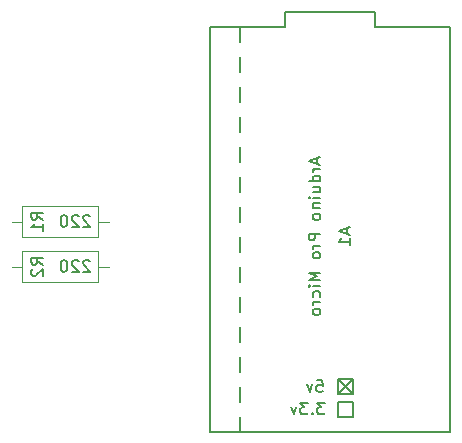
<source format=gbo>
G04 #@! TF.FileFunction,Legend,Bot*
%FSLAX46Y46*%
G04 Gerber Fmt 4.6, Leading zero omitted, Abs format (unit mm)*
G04 Created by KiCad (PCBNEW 4.0.7) date 11/03/19 13:36:46*
%MOMM*%
%LPD*%
G01*
G04 APERTURE LIST*
%ADD10C,0.100000*%
%ADD11C,0.200000*%
%ADD12C,0.120000*%
%ADD13C,0.150000*%
G04 APERTURE END LIST*
D10*
D11*
X154305000Y-130175000D02*
X155575000Y-131445000D01*
X154305000Y-131445000D02*
X155575000Y-130175000D01*
D12*
X127600000Y-118150000D02*
X127600000Y-115530000D01*
X127600000Y-115530000D02*
X134020000Y-115530000D01*
X134020000Y-115530000D02*
X134020000Y-118150000D01*
X134020000Y-118150000D02*
X127600000Y-118150000D01*
X126710000Y-116840000D02*
X127600000Y-116840000D01*
X134910000Y-116840000D02*
X134020000Y-116840000D01*
X127600000Y-121960000D02*
X127600000Y-119340000D01*
X127600000Y-119340000D02*
X134020000Y-119340000D01*
X134020000Y-119340000D02*
X134020000Y-121960000D01*
X134020000Y-121960000D02*
X127600000Y-121960000D01*
X126710000Y-120650000D02*
X127600000Y-120650000D01*
X134910000Y-120650000D02*
X134020000Y-120650000D01*
D13*
X146050000Y-133350000D02*
X146050000Y-134620000D01*
X146050000Y-130810000D02*
X146050000Y-132080000D01*
X146050000Y-128270000D02*
X146050000Y-129540000D01*
X146050000Y-125730000D02*
X146050000Y-127000000D01*
X146050000Y-123190000D02*
X146050000Y-124460000D01*
X146050000Y-120650000D02*
X146050000Y-121920000D01*
X146050000Y-118110000D02*
X146050000Y-119380000D01*
X146050000Y-115570000D02*
X146050000Y-116840000D01*
X146050000Y-113030000D02*
X146050000Y-114300000D01*
X146050000Y-110490000D02*
X146050000Y-111760000D01*
X146050000Y-107950000D02*
X146050000Y-109220000D01*
X146050000Y-105410000D02*
X146050000Y-106680000D01*
X146050000Y-102870000D02*
X146050000Y-104140000D01*
X146050000Y-100330000D02*
X146050000Y-101600000D01*
X154305000Y-131445000D02*
X155575000Y-131445000D01*
X155575000Y-131445000D02*
X155575000Y-130175000D01*
X155575000Y-130175000D02*
X154305000Y-130175000D01*
X154305000Y-130175000D02*
X154305000Y-131445000D01*
X155575000Y-132080000D02*
X154305000Y-132080000D01*
X154305000Y-132080000D02*
X154305000Y-133350000D01*
X154305000Y-133350000D02*
X155575000Y-133350000D01*
X155575000Y-133350000D02*
X155575000Y-132080000D01*
X157480000Y-99060000D02*
X157480000Y-100330000D01*
X157480000Y-100330000D02*
X163830000Y-100330000D01*
X143510000Y-100330000D02*
X149860000Y-100330000D01*
X149860000Y-100330000D02*
X149860000Y-99060000D01*
X149860000Y-99060000D02*
X157480000Y-99060000D01*
X163830000Y-134620000D02*
X163830000Y-100330000D01*
X143510000Y-100330000D02*
X143510000Y-134620000D01*
X143510000Y-134620000D02*
X163830000Y-134620000D01*
X129357381Y-116673334D02*
X128881190Y-116340000D01*
X129357381Y-116101905D02*
X128357381Y-116101905D01*
X128357381Y-116482858D01*
X128405000Y-116578096D01*
X128452619Y-116625715D01*
X128547857Y-116673334D01*
X128690714Y-116673334D01*
X128785952Y-116625715D01*
X128833571Y-116578096D01*
X128881190Y-116482858D01*
X128881190Y-116101905D01*
X129357381Y-117625715D02*
X129357381Y-117054286D01*
X129357381Y-117340000D02*
X128357381Y-117340000D01*
X128500238Y-117244762D01*
X128595476Y-117149524D01*
X128643095Y-117054286D01*
X133318095Y-116387619D02*
X133270476Y-116340000D01*
X133175238Y-116292381D01*
X132937142Y-116292381D01*
X132841904Y-116340000D01*
X132794285Y-116387619D01*
X132746666Y-116482857D01*
X132746666Y-116578095D01*
X132794285Y-116720952D01*
X133365714Y-117292381D01*
X132746666Y-117292381D01*
X132365714Y-116387619D02*
X132318095Y-116340000D01*
X132222857Y-116292381D01*
X131984761Y-116292381D01*
X131889523Y-116340000D01*
X131841904Y-116387619D01*
X131794285Y-116482857D01*
X131794285Y-116578095D01*
X131841904Y-116720952D01*
X132413333Y-117292381D01*
X131794285Y-117292381D01*
X131175238Y-116292381D02*
X131079999Y-116292381D01*
X130984761Y-116340000D01*
X130937142Y-116387619D01*
X130889523Y-116482857D01*
X130841904Y-116673333D01*
X130841904Y-116911429D01*
X130889523Y-117101905D01*
X130937142Y-117197143D01*
X130984761Y-117244762D01*
X131079999Y-117292381D01*
X131175238Y-117292381D01*
X131270476Y-117244762D01*
X131318095Y-117197143D01*
X131365714Y-117101905D01*
X131413333Y-116911429D01*
X131413333Y-116673333D01*
X131365714Y-116482857D01*
X131318095Y-116387619D01*
X131270476Y-116340000D01*
X131175238Y-116292381D01*
X129357381Y-120483334D02*
X128881190Y-120150000D01*
X129357381Y-119911905D02*
X128357381Y-119911905D01*
X128357381Y-120292858D01*
X128405000Y-120388096D01*
X128452619Y-120435715D01*
X128547857Y-120483334D01*
X128690714Y-120483334D01*
X128785952Y-120435715D01*
X128833571Y-120388096D01*
X128881190Y-120292858D01*
X128881190Y-119911905D01*
X128452619Y-120864286D02*
X128405000Y-120911905D01*
X128357381Y-121007143D01*
X128357381Y-121245239D01*
X128405000Y-121340477D01*
X128452619Y-121388096D01*
X128547857Y-121435715D01*
X128643095Y-121435715D01*
X128785952Y-121388096D01*
X129357381Y-120816667D01*
X129357381Y-121435715D01*
X133318095Y-120197619D02*
X133270476Y-120150000D01*
X133175238Y-120102381D01*
X132937142Y-120102381D01*
X132841904Y-120150000D01*
X132794285Y-120197619D01*
X132746666Y-120292857D01*
X132746666Y-120388095D01*
X132794285Y-120530952D01*
X133365714Y-121102381D01*
X132746666Y-121102381D01*
X132365714Y-120197619D02*
X132318095Y-120150000D01*
X132222857Y-120102381D01*
X131984761Y-120102381D01*
X131889523Y-120150000D01*
X131841904Y-120197619D01*
X131794285Y-120292857D01*
X131794285Y-120388095D01*
X131841904Y-120530952D01*
X132413333Y-121102381D01*
X131794285Y-121102381D01*
X131175238Y-120102381D02*
X131079999Y-120102381D01*
X130984761Y-120150000D01*
X130937142Y-120197619D01*
X130889523Y-120292857D01*
X130841904Y-120483333D01*
X130841904Y-120721429D01*
X130889523Y-120911905D01*
X130937142Y-121007143D01*
X130984761Y-121054762D01*
X131079999Y-121102381D01*
X131175238Y-121102381D01*
X131270476Y-121054762D01*
X131318095Y-121007143D01*
X131365714Y-120911905D01*
X131413333Y-120721429D01*
X131413333Y-120483333D01*
X131365714Y-120292857D01*
X131318095Y-120197619D01*
X131270476Y-120150000D01*
X131175238Y-120102381D01*
X155106667Y-117395714D02*
X155106667Y-117871905D01*
X155392381Y-117300476D02*
X154392381Y-117633809D01*
X155392381Y-117967143D01*
X155392381Y-118824286D02*
X155392381Y-118252857D01*
X155392381Y-118538571D02*
X154392381Y-118538571D01*
X154535238Y-118443333D01*
X154630476Y-118348095D01*
X154678095Y-118252857D01*
X152566667Y-111490952D02*
X152566667Y-111967143D01*
X152852381Y-111395714D02*
X151852381Y-111729047D01*
X152852381Y-112062381D01*
X152852381Y-112395714D02*
X152185714Y-112395714D01*
X152376190Y-112395714D02*
X152280952Y-112443333D01*
X152233333Y-112490952D01*
X152185714Y-112586190D01*
X152185714Y-112681429D01*
X152852381Y-113443334D02*
X151852381Y-113443334D01*
X152804762Y-113443334D02*
X152852381Y-113348096D01*
X152852381Y-113157619D01*
X152804762Y-113062381D01*
X152757143Y-113014762D01*
X152661905Y-112967143D01*
X152376190Y-112967143D01*
X152280952Y-113014762D01*
X152233333Y-113062381D01*
X152185714Y-113157619D01*
X152185714Y-113348096D01*
X152233333Y-113443334D01*
X152185714Y-114348096D02*
X152852381Y-114348096D01*
X152185714Y-113919524D02*
X152709524Y-113919524D01*
X152804762Y-113967143D01*
X152852381Y-114062381D01*
X152852381Y-114205239D01*
X152804762Y-114300477D01*
X152757143Y-114348096D01*
X152852381Y-114824286D02*
X152185714Y-114824286D01*
X151852381Y-114824286D02*
X151900000Y-114776667D01*
X151947619Y-114824286D01*
X151900000Y-114871905D01*
X151852381Y-114824286D01*
X151947619Y-114824286D01*
X152185714Y-115300476D02*
X152852381Y-115300476D01*
X152280952Y-115300476D02*
X152233333Y-115348095D01*
X152185714Y-115443333D01*
X152185714Y-115586191D01*
X152233333Y-115681429D01*
X152328571Y-115729048D01*
X152852381Y-115729048D01*
X152852381Y-116348095D02*
X152804762Y-116252857D01*
X152757143Y-116205238D01*
X152661905Y-116157619D01*
X152376190Y-116157619D01*
X152280952Y-116205238D01*
X152233333Y-116252857D01*
X152185714Y-116348095D01*
X152185714Y-116490953D01*
X152233333Y-116586191D01*
X152280952Y-116633810D01*
X152376190Y-116681429D01*
X152661905Y-116681429D01*
X152757143Y-116633810D01*
X152804762Y-116586191D01*
X152852381Y-116490953D01*
X152852381Y-116348095D01*
X152852381Y-117871905D02*
X151852381Y-117871905D01*
X151852381Y-118252858D01*
X151900000Y-118348096D01*
X151947619Y-118395715D01*
X152042857Y-118443334D01*
X152185714Y-118443334D01*
X152280952Y-118395715D01*
X152328571Y-118348096D01*
X152376190Y-118252858D01*
X152376190Y-117871905D01*
X152852381Y-118871905D02*
X152185714Y-118871905D01*
X152376190Y-118871905D02*
X152280952Y-118919524D01*
X152233333Y-118967143D01*
X152185714Y-119062381D01*
X152185714Y-119157620D01*
X152852381Y-119633810D02*
X152804762Y-119538572D01*
X152757143Y-119490953D01*
X152661905Y-119443334D01*
X152376190Y-119443334D01*
X152280952Y-119490953D01*
X152233333Y-119538572D01*
X152185714Y-119633810D01*
X152185714Y-119776668D01*
X152233333Y-119871906D01*
X152280952Y-119919525D01*
X152376190Y-119967144D01*
X152661905Y-119967144D01*
X152757143Y-119919525D01*
X152804762Y-119871906D01*
X152852381Y-119776668D01*
X152852381Y-119633810D01*
X152852381Y-121157620D02*
X151852381Y-121157620D01*
X152566667Y-121490954D01*
X151852381Y-121824287D01*
X152852381Y-121824287D01*
X152852381Y-122300477D02*
X152185714Y-122300477D01*
X151852381Y-122300477D02*
X151900000Y-122252858D01*
X151947619Y-122300477D01*
X151900000Y-122348096D01*
X151852381Y-122300477D01*
X151947619Y-122300477D01*
X152804762Y-123205239D02*
X152852381Y-123110001D01*
X152852381Y-122919524D01*
X152804762Y-122824286D01*
X152757143Y-122776667D01*
X152661905Y-122729048D01*
X152376190Y-122729048D01*
X152280952Y-122776667D01*
X152233333Y-122824286D01*
X152185714Y-122919524D01*
X152185714Y-123110001D01*
X152233333Y-123205239D01*
X152852381Y-123633810D02*
X152185714Y-123633810D01*
X152376190Y-123633810D02*
X152280952Y-123681429D01*
X152233333Y-123729048D01*
X152185714Y-123824286D01*
X152185714Y-123919525D01*
X152852381Y-124395715D02*
X152804762Y-124300477D01*
X152757143Y-124252858D01*
X152661905Y-124205239D01*
X152376190Y-124205239D01*
X152280952Y-124252858D01*
X152233333Y-124300477D01*
X152185714Y-124395715D01*
X152185714Y-124538573D01*
X152233333Y-124633811D01*
X152280952Y-124681430D01*
X152376190Y-124729049D01*
X152661905Y-124729049D01*
X152757143Y-124681430D01*
X152804762Y-124633811D01*
X152852381Y-124538573D01*
X152852381Y-124395715D01*
X153193571Y-132167381D02*
X152574523Y-132167381D01*
X152907857Y-132548333D01*
X152764999Y-132548333D01*
X152669761Y-132595952D01*
X152622142Y-132643571D01*
X152574523Y-132738810D01*
X152574523Y-132976905D01*
X152622142Y-133072143D01*
X152669761Y-133119762D01*
X152764999Y-133167381D01*
X153050714Y-133167381D01*
X153145952Y-133119762D01*
X153193571Y-133072143D01*
X152145952Y-133072143D02*
X152098333Y-133119762D01*
X152145952Y-133167381D01*
X152193571Y-133119762D01*
X152145952Y-133072143D01*
X152145952Y-133167381D01*
X151765000Y-132167381D02*
X151145952Y-132167381D01*
X151479286Y-132548333D01*
X151336428Y-132548333D01*
X151241190Y-132595952D01*
X151193571Y-132643571D01*
X151145952Y-132738810D01*
X151145952Y-132976905D01*
X151193571Y-133072143D01*
X151241190Y-133119762D01*
X151336428Y-133167381D01*
X151622143Y-133167381D01*
X151717381Y-133119762D01*
X151765000Y-133072143D01*
X150812619Y-132500714D02*
X150574524Y-133167381D01*
X150336428Y-132500714D01*
X152542857Y-130262381D02*
X153019048Y-130262381D01*
X153066667Y-130738571D01*
X153019048Y-130690952D01*
X152923810Y-130643333D01*
X152685714Y-130643333D01*
X152590476Y-130690952D01*
X152542857Y-130738571D01*
X152495238Y-130833810D01*
X152495238Y-131071905D01*
X152542857Y-131167143D01*
X152590476Y-131214762D01*
X152685714Y-131262381D01*
X152923810Y-131262381D01*
X153019048Y-131214762D01*
X153066667Y-131167143D01*
X152161905Y-130595714D02*
X151923810Y-131262381D01*
X151685714Y-130595714D01*
M02*

</source>
